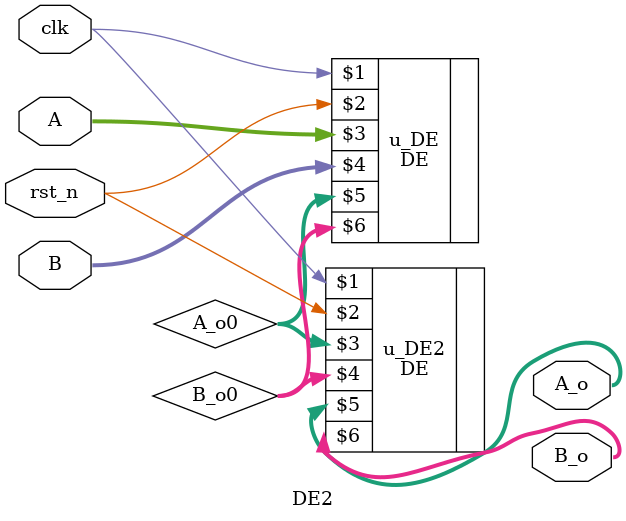
<source format=v>
module DE2(
	input clk,
	input rst_n,
	
	input  [7:0]    A,
	input  [7:0]    B,
	
	output wire [7:0]    A_o,
	output wire [7:0]    B_o
);
	wire [7:0]A_o0,B_o0;
	
	DE u_DE(clk,rst_n,A,B,A_o0,B_o0);
	DE u_DE2(clk,rst_n,A_o0,B_o0,A_o,B_o);
	
endmodule
</source>
